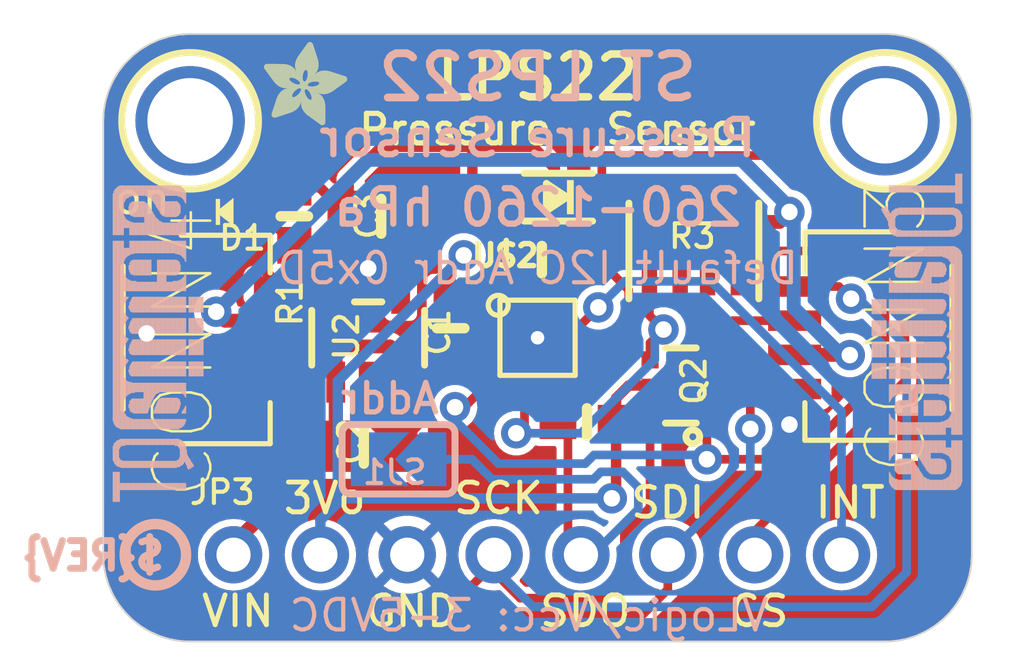
<source format=kicad_pcb>
(kicad_pcb (version 20221018) (generator pcbnew)
  (layers (0 "F.Cu" signal) (31 "B.Cu" signal) (34 "B.Paste" user) (35 "F.Paste" user) (36 "B.SilkS" user "B.Silkscreen") (37 "F.SilkS" user "F.Silkscreen") (38 "B.Mask" user) (39 "F.Mask" user) (44 "Edge.Cuts" user))
  (net 0 "")
  (net 1 "GND")
  (net 2 "3.3V")
  (net 3 "INT")
  (net 4 "VCC")
  (net 5 "N$1")
  (net 6 "SDI_3V")
  (net 7 "SCK_3V")
  (net 8 "CS_3V")
  (net 9 "SDO/ADR")
  (net 10 "SDI/SDA")
  (net 11 "SCK/SCL")
  (net 12 "CS")
  (footprint "working:JST_SH4" (layer "F.Cu") (at 138.4681 105.0036 -90)
    (fp_text reference "CONN4" (at -3.965 0.323 90) (layer "F.SilkS") (effects (font (size 1.703222 1.703222) (thickness 0.074778)) (justify right)))
    (fp_text value "STEMMA_I2C_QT" hide)
    (pad "1" smd rect (at -1.5 -2.514) (size 1.55 0.6) (layers "F.Cu" "F.Paste" "F.Mask") (net 1 "GND"))
    (pad "2" smd rect (at -0.5 -2.514) (size 1.55 0.6) (layers "F.Cu" "F.Paste" "F.Mask") (net 4 "VCC"))
    (pad "3" smd rect (at 0.5 -2.514) (size 1.55 0.6) (layers "F.Cu" "F.Paste" "F.Mask") (net 10 "SDI/SDA"))
    (pad "4" smd rect (at 1.5 -2.514) (size 1.55 0.6) (layers "F.Cu" "F.Paste" "F.Mask") (net 11 "SCK/SCL"))
    (pad "MT1" smd rect (at -2.8 1.386) (size 1.8 1.2) (layers "F.Cu" "F.Paste" "F.Mask"))
    (pad "MT2" smd rect (at 2.8 1.386) (size 1.8 1.2) (layers "F.Cu" "F.Paste" "F.Mask"))
  )
  (footprint "working:RESPACK_4X0603" (layer "F.Cu") (at 153.0731 102.4636 180)
    (fp_text reference "R3" (at -0.711 0.432) (layer "F.SilkS") (effects (font (size 0.692831 0.692831) (thickness 0.119969)) (justify right)))
    (fp_text value "10K")
    (pad "1" smd rect (at -1.3 0.85 180) (size 0.45 0.9) (layers "F.Cu" "F.Paste" "F.Mask") (net 4 "VCC"))
    (pad "2" smd rect (at -0.4 0.85 180) (size 0.45 0.9) (layers "F.Cu" "F.Paste" "F.Mask") (net 2 "3.3V"))
    (pad "3" smd rect (at 0.4 0.85 180) (size 0.45 0.9) (layers "F.Cu" "F.Paste" "F.Mask") (net 4 "VCC"))
    (pad "4" smd rect (at 1.3 0.85 180) (size 0.45 0.9) (layers "F.Cu" "F.Paste" "F.Mask") (net 2 "3.3V"))
    (pad "5" smd rect (at 1.3 -0.85 180) (size 0.45 0.9) (layers "F.Cu" "F.Paste" "F.Mask") (net 6 "SDI_3V"))
    (pad "6" smd rect (at 0.4 -0.85 180) (size 0.45 0.9) (layers "F.Cu" "F.Paste" "F.Mask") (net 10 "SDI/SDA"))
    (pad "7" smd rect (at -0.4 -0.85 180) (size 0.45 0.9) (layers "F.Cu" "F.Paste" "F.Mask") (net 7 "SCK_3V"))
    (pad "8" smd rect (at -1.3 -0.85 180) (size 0.45 0.9) (layers "F.Cu" "F.Paste" "F.Mask") (net 11 "SCK/SCL"))
  )
  (footprint "working:JST_SH4" (layer "F.Cu") (at 158.5341 105.0036 90)
    (fp_text reference "CONN3" (at -4.092 0.45 90) (layer "F.SilkS") (effects (font (size 1.703222 1.703222) (thickness 0.074778)) (justify left)))
    (fp_text value "STEMMA_I2C_QT" hide)
    (pad "1" smd rect (at -1.5 -2.514 180) (size 1.55 0.6) (layers "F.Cu" "F.Paste" "F.Mask") (net 1 "GND"))
    (pad "2" smd rect (at -0.5 -2.514 180) (size 1.55 0.6) (layers "F.Cu" "F.Paste" "F.Mask") (net 4 "VCC"))
    (pad "3" smd rect (at 0.5 -2.514 180) (size 1.55 0.6) (layers "F.Cu" "F.Paste" "F.Mask") (net 10 "SDI/SDA"))
    (pad "4" smd rect (at 1.5 -2.514 180) (size 1.55 0.6) (layers "F.Cu" "F.Paste" "F.Mask") (net 11 "SCK/SCL"))
    (pad "MT1" smd rect (at -2.8 1.386 180) (size 1.8 1.2) (layers "F.Cu" "F.Paste" "F.Mask"))
    (pad "MT2" smd rect (at 2.8 1.386 180) (size 1.8 1.2) (layers "F.Cu" "F.Paste" "F.Mask"))
  )
  (footprint "working:FIDUCIAL_1MM" (layer "F.Cu") (at 136.9441 109.6391)
    (fp_text reference "FID3" hide)
    (fp_text value "FIDUCIAL_1MM" hide)
    (pad "1" smd roundrect (at 0 0) (size 1 1) (layers "F.Cu" "F.Mask") (roundrect_rratio 0.5))
  )
  (footprint "working:1X08_ROUND" (layer "F.Cu") (at 148.5011 111.3536)
    (fp_text reference "JP3" (at -10.2362 -1.8288) (layer "F.SilkS") (effects (font (size 0.692831 0.692831) (thickness 0.119969)) (justify left)))
    (fp_text value "")
    (pad "1" thru_hole circle (at -8.89 0 90) (size 1.6764 1.6764) (drill 1) (layers "*.Cu" "*.Mask") (net 4 "VCC"))
    (pad "2" thru_hole circle (at -6.35 0 90) (size 1.6764 1.6764) (drill 1) (layers "*.Cu" "*.Mask") (net 2 "3.3V"))
    (pad "3" thru_hole circle (at -3.81 0 90) (size 1.6764 1.6764) (drill 1) (layers "*.Cu" "*.Mask") (net 1 "GND"))
    (pad "4" thru_hole circle (at -1.27 0 90) (size 1.6764 1.6764) (drill 1) (layers "*.Cu" "*.Mask") (net 11 "SCK/SCL"))
    (pad "5" thru_hole circle (at 1.27 0 90) (size 1.6764 1.6764) (drill 1) (layers "*.Cu" "*.Mask") (net 9 "SDO/ADR"))
    (pad "6" thru_hole circle (at 3.81 0 90) (size 1.6764 1.6764) (drill 1) (layers "*.Cu" "*.Mask") (net 10 "SDI/SDA"))
    (pad "7" thru_hole circle (at 6.35 0 90) (size 1.6764 1.6764) (drill 1) (layers "*.Cu" "*.Mask") (net 12 "CS"))
    (pad "8" thru_hole circle (at 8.89 0 90) (size 1.6764 1.6764) (drill 1) (layers "*.Cu" "*.Mask") (net 3 "INT"))
  )
  (footprint "working:0805-NO" (layer "F.Cu") (at 143.4211 108.1786)
    (fp_text reference "C2" (at -0.381 -0.889 90) (layer "F.SilkS") (effects (font (size 0.692831 0.692831) (thickness 0.119969)) (justify right)))
    (fp_text value "10uF")
    (pad "1" smd rect (at -0.95 0) (size 1.24 1.5) (layers "F.Cu" "F.Paste" "F.Mask") (net 4 "VCC"))
    (pad "2" smd rect (at 0.95 0) (size 1.24 1.5) (layers "F.Cu" "F.Paste" "F.Mask") (net 1 "GND"))
  )
  (footprint "working:0603-NO" (layer "F.Cu") (at 149.9489 107.4674)
    (fp_text reference "R4" hide)
    (fp_text value "10K")
    (pad "1" smd rect (at -0.85 0) (size 1.075 1) (layers "F.Cu" "F.Paste" "F.Mask") (net 9 "SDO/ADR"))
    (pad "2" smd rect (at 0.85 0) (size 1.075 1) (layers "F.Cu" "F.Paste" "F.Mask") (net 2 "3.3V"))
  )
  (footprint "working:0603-NO" (layer "F.Cu") (at 141.3891 101.4476 -90)
    (fp_text reference "R1" (at 1.778 0.127 90) (layer "F.SilkS") (effects (font (size 0.692831 0.692831) (thickness 0.119969)) (justify right)))
    (fp_text value "10K")
    (pad "1" smd rect (at -0.85 0 270) (size 1.075 1) (layers "F.Cu" "F.Paste" "F.Mask") (net 2 "3.3V"))
    (pad "2" smd rect (at 0.85 0 270) (size 1.075 1) (layers "F.Cu" "F.Paste" "F.Mask") (net 5 "N$1"))
  )
  (footprint "working:FIDUCIAL_1MM" (layer "F.Cu") (at 155.4861 97.5995)
    (fp_text reference "FID4" hide)
    (fp_text value "FIDUCIAL_1MM" hide)
    (pad "1" smd roundrect (at 0 0) (size 1 1) (layers "F.Cu" "F.Mask") (roundrect_rratio 0.5))
  )
  (footprint "working:SOT23-5" (layer "F.Cu") (at 143.5481 105.0036)
    (fp_text reference "U2" (at -0.635 -0.816 90) (layer "F.SilkS") (effects (font (size 0.692831 0.692831) (thickness 0.119969)) (justify right)))
    (fp_text value "AP2112K-3.3")
    (pad "1" smd rect (at -0.95 1.3001) (size 0.55 1.2) (layers "F.Cu" "F.Paste" "F.Mask") (net 4 "VCC"))
    (pad "2" smd rect (at 0 1.3001) (size 0.55 1.2) (layers "F.Cu" "F.Paste" "F.Mask") (net 1 "GND"))
    (pad "3" smd rect (at 0.95 1.3001) (size 0.55 1.2) (layers "F.Cu" "F.Paste" "F.Mask") (net 4 "VCC"))
    (pad "4" smd rect (at 0.95 -1.3001) (size 0.55 1.2) (layers "F.Cu" "F.Paste" "F.Mask"))
    (pad "5" smd rect (at -0.95 -1.3001) (size 0.55 1.2) (layers "F.Cu" "F.Paste" "F.Mask") (net 2 "3.3V"))
  )
  (footprint "working:MOUNTINGHOLE_2.5_PLATED" (layer "F.Cu") (at 158.6611 98.6536)
    (fp_text reference "U$17" hide)
    (fp_text value "MOUNTINGHOLE2.5" hide)
    (pad "P$1" thru_hole circle (at 0 0) (size 3.2 3.2) (drill 2.5) (layers "*.Cu" "*.Mask"))
    (zone (net 0) (net_name "") (layer "F.Cu") (connect_pads (clearance 0)) (min_thickness 0.25)
      (keepout (tracks not_allowed) (vias not_allowed) (pads not_allowed) (copperpour not_allowed) (footprints allowed))
      (fill (thermal_gap 0.5) (thermal_bridge_width 0.5))
      (polygon (pts (xy 160.6771 98.6536) (xy 160.65748 98.373027) (xy 160.599004 98.097915) (xy 160.502808 97.833619) (xy 160.370765 97.585283) (xy 160.205446 97.35774) (xy 160.010067 97.15542) (xy 159.788433 96.98226) (xy 159.544856 96.841631) (xy 159.284078 96.73627) (xy 159.011175 96.668228) (xy 158.731457 96.638828) (xy 158.450371 96.648644) (xy 158.173385 96.697484) (xy 157.905893 96.784397) (xy 157.6531 96.907693) (xy 157.419926 97.06497) (xy 157.210911 97.253169) (xy 157.030122 97.468625) (xy 156.881078 97.707145) (xy 156.76668 97.964087) (xy 156.689154 98.23445) (xy 156.650011 98.512971) (xy 156.650011 98.794229) (xy 156.689154 99.07275) (xy 156.76668 99.343113) (xy 156.881078 99.600055) (xy 157.030122 99.838575) (xy 157.210911 100.054031) (xy 157.419926 100.24223) (xy 157.6531 100.399507) (xy 157.905893 100.522803) (xy 158.173385 100.609716) (xy 158.450371 100.658556) (xy 158.731457 100.668372) (xy 159.011175 100.638972) (xy 159.284078 100.57093) (xy 159.544856 100.465569) (xy 159.788433 100.32494) (xy 160.010067 100.15178) (xy 160.205446 99.94946) (xy 160.370765 99.721917) (xy 160.502808 99.473581) (xy 160.599004 99.209285) (xy 160.65748 98.934173)))
      (polygon (pts (xy 158.6451 98.6536) (xy 158.649786 98.664914) (xy 158.6611 98.6696) (xy 158.672414 98.664914) (xy 158.6771 98.6536) (xy 158.672414 98.642286) (xy 158.6611 98.6376) (xy 158.649786 98.642286)))
    )
    (zone (net 0) (net_name "") (layer "B.Cu") (connect_pads (clearance 0)) (min_thickness 0.25)
      (keepout (tracks not_allowed) (vias not_allowed) (pads not_allowed) (copperpour not_allowed) (footprints allowed))
      (fill (thermal_gap 0.5) (thermal_bridge_width 0.5))
      (polygon (pts (xy 160.6771 98.6536) (xy 160.65748 98.373027) (xy 160.599004 98.097915) (xy 160.502808 97.833619) (xy 160.370765 97.585283) (xy 160.205446 97.35774) (xy 160.010067 97.15542) (xy 159.788433 96.98226) (xy 159.544856 96.841631) (xy 159.284078 96.73627) (xy 159.011175 96.668228) (xy 158.731457 96.638828) (xy 158.450371 96.648644) (xy 158.173385 96.697484) (xy 157.905893 96.784397) (xy 157.6531 96.907693) (xy 157.419926 97.06497) (xy 157.210911 97.253169) (xy 157.030122 97.468625) (xy 156.881078 97.707145) (xy 156.76668 97.964087) (xy 156.689154 98.23445) (xy 156.650011 98.512971) (xy 156.650011 98.794229) (xy 156.689154 99.07275) (xy 156.76668 99.343113) (xy 156.881078 99.600055) (xy 157.030122 99.838575) (xy 157.210911 100.054031) (xy 157.419926 100.24223) (xy 157.6531 100.399507) (xy 157.905893 100.522803) (xy 158.173385 100.609716) (xy 158.450371 100.658556) (xy 158.731457 100.668372) (xy 159.011175 100.638972) (xy 159.284078 100.57093) (xy 159.544856 100.465569) (xy 159.788433 100.32494) (xy 160.010067 100.15178) (xy 160.205446 99.94946) (xy 160.370765 99.721917) (xy 160.502808 99.473581) (xy 160.599004 99.209285) (xy 160.65748 98.934173)))
      (polygon (pts (xy 158.6451 98.6536) (xy 158.649786 98.664914) (xy 158.6611 98.6696) (xy 158.672414 98.664914) (xy 158.6771 98.6536) (xy 158.672414 98.642286) (xy 158.6611 98.6376) (xy 158.649786 98.642286)))
    )
  )
  (footprint "working:MOUNTINGHOLE_2.5_PLATED" (layer "F.Cu") (at 138.3411 98.6536)
    (fp_text reference "U$1" hide)
    (fp_text value "MOUNTINGHOLE2.5" hide)
    (pad "P$1" thru_hole circle (at 0 0) (size 3.2 3.2) (drill 2.5) (layers "*.Cu" "*.Mask"))
    (zone (net 0) (net_name "") (layer "F.Cu") (connect_pads (clearance 0)) (min_thickness 0.25)
      (keepout (tracks not_allowed) (vias not_allowed) (pads not_allowed) (copperpour not_allowed) (footprints allowed))
      (fill (thermal_gap 0.5) (thermal_bridge_width 0.5))
      (polygon (pts (xy 140.3571 98.6536) (xy 140.33748 98.373027) (xy 140.279004 98.097915) (xy 140.182808 97.833619) (xy 140.050765 97.585283) (xy 139.885446 97.35774) (xy 139.690067 97.15542) (xy 139.468433 96.98226) (xy 139.224856 96.841631) (xy 138.964078 96.73627) (xy 138.691175 96.668228) (xy 138.411457 96.638828) (xy 138.130371 96.648644) (xy 137.853385 96.697484) (xy 137.585893 96.784397) (xy 137.3331 96.907693) (xy 137.099926 97.06497) (xy 136.890911 97.253169) (xy 136.710122 97.468625) (xy 136.561078 97.707145) (xy 136.44668 97.964087) (xy 136.369154 98.23445) (xy 136.330011 98.512971) (xy 136.330011 98.794229) (xy 136.369154 99.07275) (xy 136.44668 99.343113) (xy 136.561078 99.600055) (xy 136.710122 99.838575) (xy 136.890911 100.054031) (xy 137.099926 100.24223) (xy 137.3331 100.399507) (xy 137.585893 100.522803) (xy 137.853385 100.609716) (xy 138.130371 100.658556) (xy 138.411457 100.668372) (xy 138.691175 100.638972) (xy 138.964078 100.57093) (xy 139.224856 100.465569) (xy 139.468433 100.32494) (xy 139.690067 100.15178) (xy 139.885446 99.94946) (xy 140.050765 99.721917) (xy 140.182808 99.473581) (xy 140.279004 99.209285) (xy 140.33748 98.934173)))
      (polygon (pts (xy 138.3251 98.6536) (xy 138.329786 98.664914) (xy 138.3411 98.6696) (xy 138.352414 98.664914) (xy 138.3571 98.6536) (xy 138.352414 98.642286) (xy 138.3411 98.6376) (xy 138.329786 98.642286)))
    )
    (zone (net 0) (net_name "") (layer "B.Cu") (connect_pads (clearance 0)) (min_thickness 0.25)
      (keepout (tracks not_allowed) (vias not_allowed) (pads not_allowed) (copperpour not_allowed) (footprints allowed))
      (fill (thermal_gap 0.5) (thermal_bridge_width 0.5))
      (polygon (pts (xy 140.3571 98.6536) (xy 140.33748 98.373027) (xy 140.279004 98.097915) (xy 140.182808 97.833619) (xy 140.050765 97.585283) (xy 139.885446 97.35774) (xy 139.690067 97.15542) (xy 139.468433 96.98226) (xy 139.224856 96.841631) (xy 138.964078 96.73627) (xy 138.691175 96.668228) (xy 138.411457 96.638828) (xy 138.130371 96.648644) (xy 137.853385 96.697484) (xy 137.585893 96.784397) (xy 137.3331 96.907693) (xy 137.099926 97.06497) (xy 136.890911 97.253169) (xy 136.710122 97.468625) (xy 136.561078 97.707145) (xy 136.44668 97.964087) (xy 136.369154 98.23445) (xy 136.330011 98.512971) (xy 136.330011 98.794229) (xy 136.369154 99.07275) (xy 136.44668 99.343113) (xy 136.561078 99.600055) (xy 136.710122 99.838575) (xy 136.890911 100.054031) (xy 137.099926 100.24223) (xy 137.3331 100.399507) (xy 137.585893 100.522803) (xy 137.853385 100.609716) (xy 138.130371 100.658556) (xy 138.411457 100.668372) (xy 138.691175 100.638972) (xy 138.964078 100.57093) (xy 139.224856 100.465569) (xy 139.468433 100.32494) (xy 139.690067 100.15178) (xy 139.885446 99.94946) (xy 140.050765 99.721917) (xy 140.182808 99.473581) (xy 140.279004 99.209285) (xy 140.33748 98.934173)))
      (polygon (pts (xy 138.3251 98.6536) (xy 138.329786 98.664914) (xy 138.3411 98.6696) (xy 138.352414 98.664914) (xy 138.3571 98.6536) (xy 138.352414 98.642286) (xy 138.3411 98.6376) (xy 138.329786 98.642286)))
    )
  )
  (footprint "working:0603-NO" (layer "F.Cu") (at 148.6281 102.7176 180)
    (fp_text reference "R5" hide)
    (fp_text value "10K")
    (pad "1" smd rect (at -0.85 0 180) (size 1.075 1) (layers "F.Cu" "F.Paste" "F.Mask") (net 8 "CS_3V"))
    (pad "2" smd rect (at 0.85 0 180) (size 1.075 1) (layers "F.Cu" "F.Paste" "F.Mask") (net 2 "3.3V"))
  )
  (footprint "working:ADAFRUIT_2.5MM" (layer "F.Cu") (at 140.5001 98.7806)
    (fp_text reference "U$4" hide)
    (fp_text value "" hide)
  )
  (footprint "working:SOD-323" (layer "F.Cu") (at 149.1107 100.8888 180)
    (fp_text reference "D2" hide)
    (fp_text value "1N4148")
    (pad "A" smd rect (at 1.27 0 180) (size 1.35 0.8) (layers "F.Cu" "F.Paste" "F.Mask") (net 8 "CS_3V"))
    (pad "C" smd rect (at -1.27 0 180) (size 1.35 0.8) (layers "F.Cu" "F.Paste" "F.Mask") (net 12 "CS"))
  )
  (footprint "working:SOT363" (layer "F.Cu") (at 152.6921 106.4006 90)
    (fp_text reference "Q2" (at -0.635 0.381 90) (layer "F.SilkS") (effects (font (size 0.692831 0.692831) (thickness 0.119969)) (justify left)))
    (fp_text value "BSS138")
    (pad "1" smd rect (at -0.75 0.9 90) (size 0.5 0.5) (layers "F.Cu" "F.Paste" "F.Mask") (net 7 "SCK_3V"))
    (pad "2" smd rect (at 0 0.9 90) (size 0.4 0.5) (layers "F.Cu" "F.Paste" "F.Mask") (net 2 "3.3V"))
    (pad "3" smd rect (at 0.75 0.9 90) (size 0.5 0.5) (layers "F.Cu" "F.Paste" "F.Mask") (net 10 "SDI/SDA"))
    (pad "4" smd rect (at 0.75 -0.9 90) (size 0.5 0.5) (layers "F.Cu" "F.Paste" "F.Mask") (net 6 "SDI_3V"))
    (pad "5" smd rect (at 0 -0.9 90) (size 0.4 0.5) (layers "F.Cu" "F.Paste" "F.Mask") (net 2 "3.3V"))
    (pad "6" smd rect (at -0.75 -0.9 90) (size 0.5 0.5) (layers "F.Cu" "F.Paste" "F.Mask") (net 11 "SCK/SCL"))
  )
  (footprint "working:HLGA-10L-2X2MM" (layer "F.Cu") (at 148.5011 105.0036)
    (fp_text reference "U$2" (at -2.002132 -2.40255) (layer "F.SilkS") (effects (font (size 0.64455 0.64455) (thickness 0.16825)) (justify left)))
    (fp_text value "LPS2X_LPS22" hide)
    (pad "1" smd rect (at -0.7625 -0.25 90) (size 0.275 0.3) (layers "F.Cu" "F.Paste" "F.Mask") (net 2 "3.3V"))
    (pad "2" smd rect (at -0.7625 0.25 90) (size 0.275 0.3) (layers "F.Cu" "F.Paste" "F.Mask") (net 7 "SCK_3V"))
    (pad "3" smd rect (at -0.5 0.7625 180) (size 0.275 0.3) (layers "F.Cu" "F.Paste" "F.Mask") (net 1 "GND"))
    (pad "4" smd rect (at 0 0.7625 180) (size 0.275 0.3) (layers "F.Cu" "F.Paste" "F.Mask") (net 6 "SDI_3V"))
    (pad "5" smd rect (at 0.5 0.7625 180) (size 0.275 0.3) (layers "F.Cu" "F.Paste" "F.Mask") (net 9 "SDO/ADR"))
    (pad "6" smd rect (at 0.7625 0.25 90) (size 0.275 0.3) (layers "F.Cu" "F.Paste" "F.Mask") (net 8 "CS_3V"))
    (pad "7" smd rect (at 0.7625 -0.25 90) (size 0.275 0.3) (layers "F.Cu" "F.Paste" "F.Mask") (net 3 "INT"))
    (pad "8" smd rect (at 0.5 -0.7625) (size 0.275 0.3) (layers "F.Cu" "F.Paste" "F.Mask") (net 1 "GND"))
    (pad "9" smd rect (at 0 -0.7625) (size 0.275 0.3) (layers "F.Cu" "F.Paste" "F.Mask") (net 1 "GND"))
    (pad "10" smd rect (at -0.5 -0.7625) (size 0.275 0.3) (layers "F.Cu" "F.Paste" "F.Mask") (net 2 "3.3V"))
  )
  (footprint "working:0805-NO" (layer "F.Cu") (at 143.9291 101.4476)
    (fp_text reference "C3" (at -0.381 -0.762 90) (layer "F.SilkS") (effects (font (size 0.692831 0.692831) (thickness 0.119969)) (justify right)))
    (fp_text value "10uF")
    (pad "1" smd rect (at -0.95 0) (size 1.24 1.5) (layers "F.Cu" "F.Paste" "F.Mask") (net 2 "3.3V"))
    (pad "2" smd rect (at 0.95 0) (size 1.24 1.5) (layers "F.Cu" "F.Paste" "F.Mask") (net 1 "GND"))
  )
  (footprint "working:CHIPLED_0603_NOOUTLINE" (layer "F.Cu") (at 139.3571 101.3206 90)
    (fp_text reference "D1" (at -0.762 1.27) (layer "F.SilkS") (effects (font (size 0.692831 0.692831) (thickness 0.119969)) (justify right)))
    (fp_text value "GREEN")
    (pad "A" smd rect (at 0 0.75 90) (size 0.8 0.8) (layers "F.Cu" "F.Paste" "F.Mask") (net 5 "N$1"))
    (pad "C" smd rect (at 0 -0.75 90) (size 0.8 0.8) (layers "F.Cu" "F.Paste" "F.Mask") (net 1 "GND"))
  )
  (footprint "working:0603-NO" (layer "F.Cu") (at 145.9611 104.7242 -90)
    (fp_text reference "C1" (at -0.635 0.381 90) (layer "F.SilkS") (effects (font (size 0.692831 0.692831) (thickness 0.119969)) (justify right)))
    (fp_text value "0.1uF")
    (pad "1" smd rect (at -0.85 0 270) (size 1.075 1) (layers "F.Cu" "F.Paste" "F.Mask") (net 2 "3.3V"))
    (pad "2" smd rect (at 0.85 0 270) (size 1.075 1) (layers "F.Cu" "F.Paste" "F.Mask") (net 1 "GND"))
  )
  (footprint "working:STEMMAQT" (layer "B.Cu") (at 138.7221 100.5586 -90)
    (fp_text reference "U$31" hide)
    (fp_text value "" hide)
  )
  (footprint "working:PCBFEAT-REV-040" (layer "B.Cu") (at 137.3251 111.3536 180)
    (fp_text reference "U$25" hide)
    (fp_text value "" hide)
    (fp_text user "${REV}" (at -0.3556 -0.508) (layer "B.SilkS") (effects (font (size 0.8128 0.8128) (thickness 0.2032)) (justify left bottom mirror)))
  )
  (footprint "working:STEMMAQT" (layer "B.Cu") (at 158.2801 109.4486 90)
    (fp_text reference "U$30" hide)
    (fp_text value "" hide)
  )
  (footprint "working:SOLDERJUMPER_ARROW_NOPASTE" (layer "B.Cu") (at 144.4371 108.5596 180)
    (fp_text reference "SJ1" (at -0.889 -0.381) (layer "B.SilkS") (effects (font (size 0.692831 0.692831) (thickness 0.119969)) (justify left mirror)))
    (fp_text value "")
    (fp_poly (pts (xy 0.106121 -0.002663) (xy -0.679416 -0.7882) (xy -1.3946 -0.7882) (xy -1.3946 0.7882) (xy -0.62715 0.7882)) (fill solid) (layer "B.Cu"))
    (fp_poly (pts (xy 1.3946 -0.7882) (xy -0.315893 -0.7882) (xy 0.443148 0) (xy -0.315893 0.7882) (xy 1.3946 0.7882)) (fill solid) (layer "B.Cu"))
    (pad "1" smd roundrect (at -1.016 0 180) (size 0.762 1.524) (layers "B.Cu") (net 9 "SDO/ADR"))
    (pad "2" smd roundrect (at 1.016 0 180) (size 0.762 1.524) (layers "B.Cu") (net 1 "GND"))
  )
  (gr_line (start 138.3411 113.8936) (end 158.6611 113.8936) (stroke (width 0.05)) (layer "Edge.Cuts"))
  (gr_arc (start 158.6611 96.1136) (mid 160.457151 96.857549) (end 161.2011 98.6536) (stroke (width 0.05)) (layer "Edge.Cuts"))
  (gr_line (start 135.8011 98.6536) (end 135.8011 111.3536) (stroke (width 0.05)) (layer "Edge.Cuts"))
  (gr_arc (start 135.8011 98.6536) (mid 136.545049 96.857549) (end 138.3411 96.1136) (stroke (width 0.05)) (layer "Edge.Cuts"))
  (gr_line (start 158.6611 96.1136) (end 138.3411 96.1136) (stroke (width 0.05)) (layer "Edge.Cuts"))
  (gr_arc (start 138.3411 113.8936) (mid 136.545049 113.149651) (end 135.8011 111.3536) (stroke (width 0.05)) (layer "Edge.Cuts"))
  (gr_arc (start 161.2011 111.3536) (mid 160.457151 113.149651) (end 158.6611 113.8936) (stroke (width 0.05)) (layer "Edge.Cuts"))
  (gr_line (start 161.2011 111.3536) (end 161.2011 98.6536) (stroke (width 0.05)) (layer "Edge.Cuts"))
  (gr_text "Addr" (at 144.1831 106.7816) (layer "B.SilkS") (effects (font (size 0.8636 0.8636) (thickness 0.1524)) (justify mirror)))
  (gr_text "VLogic/Vcc: 3-5VDC" (at 148.2471 113.1316) (layer "B.SilkS") (effects (font (size 0.89408 0.89408) (thickness 0.12192)) (justify mirror)))
  (gr_text "ST LPS22" (at 148.5011 97.3836) (layer "B.SilkS") (effects (font (size 1.2954 1.2954) (thickness 0.2286)) (justify mirror)))
  (gr_text "Pressure Sensor" (at 148.5011 99.1616) (layer "B.SilkS") (effects (font (size 1.03632 1.03632) (thickness 0.18288)) (justify mirror)))
  (gr_text "Default I2C Addr 0x5D" (at 148.5011 102.9716) (layer "B.SilkS") (effects (font (size 0.89408 0.89408) (thickness 0.12192)) (justify mirror)))
  (gr_text "260-1260 hPa" (at 148.5011 101.1936) (layer "B.SilkS") (effects (font (size 1.03632 1.03632) (thickness 0.18288)) (justify mirror)))
  (gr_text "Sensor" (at 152.6921 98.9076) (layer "F.SilkS") (effects (font (size 0.8636 0.8636) (thickness 0.1524))))
  (gr_text "GND" (at 144.8181 113.0046) (layer "F.SilkS") (effects (font (size 0.87376 0.87376) (thickness 0.14224))))
  (gr_text "SDI" (at 152.3111 109.8296) (layer "F.SilkS") (effects (font (size 0.87376 0.87376) (thickness 0.14224))))
  (gr_text "3Vo" (at 142.2781 109.7026) (layer "F.SilkS") (effects (font (size 0.87376 0.87376) (thickness 0.14224))))
  (gr_text "Pressure" (at 146.0881 98.9076) (layer "F.SilkS") (effects (font (size 0.8636 0.8636) (thickness 0.1524))))
  (gr_text "LPS22" (at 148.5011 97.3836) (layer "F.SilkS") (effects (font (size 1.25222 1.25222) (thickness 0.22098))))
  (gr_text "SDO" (at 149.8981 113.0046) (layer "F.SilkS") (effects (font (size 0.87376 0.87376) (thickness 0.14224))))
  (gr_text "INT" (at 157.6451 109.8296) (layer "F.SilkS") (effects (font (size 0.87376 0.87376) (thickness 0.14224))))
  (gr_text "SCK" (at 147.3581 109.7026) (layer "F.SilkS") (effects (font (size 0.87376 0.87376) (thickness 0.14224))))
  (gr_text "on" (at 136.0551 101.4476) (layer "F.SilkS") (effects (font (size 0.89408 0.89408) (thickness 0.12192)) (justify left bottom)))
  (gr_text "VIN" (at 139.7381 113.0046) (layer "F.SilkS") (effects (font (size 0.87376 0.87376) (thickness 0.14224))))
  (gr_text "CS" (at 154.9781 113.0046) (layer "F.SilkS") (effects (font (size 0.87376 0.87376) (thickness 0.14224))))
  (segment (start 147.5511 106.2736) (end 147.4851 106.2736) (width 0.4064) (layer "F.Cu") (net 1))
  (segment (start 144.3711 107.7316) (end 144.3711 108.1786) (width 0.4064) (layer "F.Cu") (net 1))
  (segment (start 148.5011 104.2411) (end 148.5011 105.0036) (width 0.254) (layer "F.Cu") (net 1))
  (segment (start 143.9496 107.3101) (end 144.3711 107.7316) (width 0.4064) (layer "F.Cu") (net 1))
  (segment (start 143.5481 106.3037) (end 143.5481 106.930438) (width 0.4064) (layer "F.Cu") (net 1))
  (segment (start 143.927762 107.3101) (end 143.9496 107.3101) (width 0.4064) (layer "F.Cu") (net 1))
  (segment (start 143.5481 106.930438) (end 143.927762 107.3101) (width 0.4064) (layer "F.Cu") (net 1))
  (via (at 155.8671 107.5436) (size 0.889) (drill 0.4826) (layers "F.Cu" "B.Cu") (net 1))
  (via (at 143.5481 102.9716) (size 0.889) (drill 0.4826) (layers "F.Cu" "B.Cu") (net 1))
  (via (at 148.5011 105.0036) (size 0.8001) (drill 0.3937) (layers "F.Cu" "B.Cu") (net 1))
  (via (at 137.0711 104.8766) (size 0.889) (drill 0.4826) (layers "F.Cu" "B.Cu") (net 1))
  (segment (start 143.9291 99.4156) (end 146.5961 99.4156) (width 0.3048) (layer "F.Cu") (net 2))
  (segment (start 142.5981 103.7035) (end 142.5981 101.8286) (width 0.3048) (layer "F.Cu") (net 2))
  (segment (start 153.0731 102.4636) (end 152.0571 102.4636) (width 0.3048) (layer "F.Cu") (net 2))
  (segment (start 147.7386 104.5036) (end 148.0011 104.2411) (width 0.3048) (layer "F.Cu") (net 2))
  (segment (start 149.0091 100.0506) (end 148.3741 99.4156) (width 0.3048) (layer "F.Cu") (net 2))
  (segment (start 151.7731 102.1796) (end 151.7731 101.6136) (width 0.3048) (layer "F.Cu") (net 2))
  (segment (start 150.7989 106.7698) (end 150.7989 107.4674) (width 0.3048) (layer "F.Cu") (net 2))
  (segment (start 147.9875 103.8742) (end 148.0011 103.8606) (width 0.3048) (layer "F.Cu") (net 2))
  (segment (start 153.4731 102.0636) (end 153.0731 102.4636) (width 0.3048) (layer "F.Cu") (net 2))
  (segment (start 150.7989 107.4674) (end 150.7989 109.5765) (width 0.3048) (layer "F.Cu") (net 2))
  (segment (start 142.9791 100.3656) (end 142.9791 101.4476) (width 0.3048) (layer "F.Cu") (net 2))
  (segment (start 148.0011 104.2411) (end 148.0011 103.8606) (width 0.3048) (layer "F.Cu") (net 2))
  (segment (start 152.0571 102.4636) (end 151.7731 102.1796) (width 0.3048) (layer "F.Cu") (net 2))
  (segment (start 147.7386 104.7536) (end 147.7386 104.5036) (width 0.3048) (layer "F.Cu") (net 2))
  (segment (start 153.4731 101.6136) (end 153.4731 102.0636) (width 0.3048) (layer "F.Cu") (net 2))
  (segment (start 151.7921 106.4006) (end 153.5921 106.4006) (width 0.3048) (layer "F.Cu") (net 2))
  (segment (start 150.7989 109.5765) (end 150.6728 109.7026) (width 0.3048) (layer "F.Cu") (net 2))
  (segment (start 147.7781 102.5026) (end 146.5961 101.3206) (width 0.3048) (layer "F.Cu") (net 2))
  (segment (start 149.3329 101.6444) (end 149.0091 101.3206) (width 0.3048) (layer "F.Cu") (net 2))
  (segment (start 145.9611 102.9716) (end 145.9611 103.8742) (width 0.3048) (layer "F.Cu") (net 2))
  (segment (start 148.0011 103.8606) (end 148.0011 102.9446) (width 0.3048) (layer "F.Cu") (net 2))
  (segment (start 146.5961 99.4156) (end 146.5961 101.3206) (width 0.3048) (layer "F.Cu") (net 2))
  (segment (start 149.0091 101.3206) (end 149.0091 100.0506) (width 0.3048) (layer "F.Cu") (net 2))
  (segment (start 151.202993 101.6444) (end 149.3329 101.6444) (width 0.3048) (layer "F.Cu") (net 2))
  (segment (start 147.7781 102.7176) (end 147.7781 102.5026) (width 0.3048) (layer "F.Cu") (net 2))
  (segment (start 142.1291 100.5976) (end 142.9791 101.4476) (width 0.3048) (layer "F.Cu") (net 2))
  (segment (start 151.7921 106.4006) (end 151.1681 106.4006) (width 0.3048) (layer "F.Cu") (net 2))
  (segment (start 151.233793 101.6136) (end 151.202993 101.6444) (width 0.3048) (layer "F.Cu") (net 2))
  (segment (start 142.5981 101.8286) (end 142.9791 101.4476) (width 0.3048) (layer "F.Cu") (net 2))
  (segment (start 141.3891 100.5976) (end 142.1291 100.5976) (width 0.3048) (layer "F.Cu") (net 2))
  (segment (start 151.1681 106.4006) (end 150.7989 106.7698) (width 0.3048) (layer "F.Cu") (net 2))
  (segment (start 145.9611 103.8742) (end 147.9875 103.8742) (width 0.3048) (layer "F.Cu") (net 2))
  (segment (start 151.7731 101.6136) (end 151.233793 101.6136) (width 0.3048) (layer "F.Cu") (net 2))
  (segment (start 147.7761 102.7196) (end 147.7781 102.7176) (width 0.3048) (layer "F.Cu") (net 2))
  (segment (start 145.9611 102.9716) (end 146.3421 102.5906) (width 0.3048) (layer "F.Cu") (net 2))
  (segment (start 142.9791 100.3656) (end 143.9291 99.4156) (width 0.3048) (layer "F.Cu") (net 2))
  (segment (start 148.3741 99.4156) (end 146.5961 99.4156) (width 0.3048) (layer "F.Cu") (net 2))
  (segment (start 148.0011 102.9446) (end 147.7761 102.7196) (width 0.3048) (layer "F.Cu") (net 2))
  (via (at 146.3421 102.5906) (size 0.889) (drill 0.4826) (layers "F.Cu" "B.Cu") (net 2))
  (via (at 150.6728 109.7026) (size 0.889) (drill 0.4826) (layers "F.Cu" "B.Cu") (net 2))
  (segment (start 150.6728 109.7026) (end 142.7861 109.7026) (width 0.3048) (layer "B.Cu") (net 2))
  (segment (start 142.6591 106.2736) (end 142.6591 109.7026) (width 0.3048) (layer "B.Cu") (net 2))
  (segment (start 142.7861 109.7026) (end 142.6591 109.7026) (width 0.3048) (layer "B.Cu") (net 2))
  (segment (start 142.1511 110.3376) (end 142.1511 111.3536) (width 0.3048) (layer "B.Cu") (net 2))
  (segment (start 146.3421 102.5906) (end 142.6591 106.2736) (width 0.3048) (layer "B.Cu") (net 2))
  (segment (start 142.7861 109.7026) (end 142.1511 110.3376) (width 0.3048) (layer "B.Cu") (net 2))
  (segment (start 150.2791 104.1146) (end 149.6401 104.7536) (width 0.254) (layer "F.Cu") (net 3))
  (segment (start 149.6401 104.7536) (end 149.2636 104.7536) (width 0.254) (layer "F.Cu") (net 3))
  (via (at 150.2791 104.1146) (size 0.889) (drill 0.4826) (layers "F.Cu" "B.Cu") (net 3))
  (segment (start 151.0411 103.3526) (end 150.2791 104.1146) (width 0.254) (layer "B.Cu") (net 3))
  (segment (start 157.3911 107.1626) (end 153.5811 103.3526) (width 0.254) (layer "B.Cu") (net 3))
  (segment (start 153.5811 103.3526) (end 151.0411 103.3526) (width 0.254) (layer "B.Cu") (net 3))
  (segment (start 157.3911 107.1626) (end 157.3911 111.3536) (width 0.254) (layer "B.Cu") (net 3))
  (segment (start 142.5321 105.3846) (end 142.5981 105.3186) (width 0.4064) (layer "F.Cu") (net 4))
  (segment (start 140.9821 104.5036) (end 139.3651 104.5036) (width 0.4064) (layer "F.Cu") (net 4))
  (segment (start 141.6511 104.5036) (end 142.5321 105.3846) (width 0.4064) (layer "F.Cu") (net 4))
  (segment (start 152.6731 101.6136) (end 152.6731 100.7046) (width 0.4064) (layer "F.Cu") (net 4))
  (segment (start 139.6111 111.3536) (end 139.6111 111.0386) (width 0.4064) (layer "F.Cu") (net 4))
  (segment (start 152.8191 100.5586) (end 153.9621 100.5586) (width 0.4064) (layer "F.Cu") (net 4))
  (segment (start 142.5981 106.3037) (end 142.5981 105.3186) (width 0.4064) (layer "F.Cu") (net 4))
  (segment (start 142.5981 105.3186) (end 142.6591 105.2576) (width 0.4064) (layer "F.Cu") (net 4))
  (segment (start 142.5981 108.0516) (end 142.4711 108.1786) (width 0.4064) (layer "F.Cu") (net 4))
  (segment (start 153.9621 100.5586) (end 154.3731 100.9696) (width 0.4064) (layer "F.Cu") (net 4))
  (segment (start 144.1831 105.2576) (end 144.4981 105.5726) (width 0.4064) (layer "F.Cu") (net 4))
  (segment (start 155.5741 101.6136) (end 154.3731 101.6136) (width 0.4064) (layer "F.Cu") (net 4))
  (segment (start 156.0201 105.5036) (end 157.6244 105.5036) (width 0.4064) (layer "F.Cu") (net 4))
  (segment (start 152.6731 100.7046) (end 152.8191 100.5586) (width 0.4064) (layer "F.Cu") (net 4))
  (segment (start 139.3651 104.5036) (end 139.1031 104.2416) (width 0.4064) (layer "F.Cu") (net 4))
  (segment (start 142.5981 106.3037) (end 142.5981 108.0516) (width 0.4064) (layer "F.Cu") (net 4))
  (segment (start 142.6591 105.2576) (end 144.1831 105.2576) (width 0.4064) (layer "F.Cu") (net 4))
  (segment (start 140.9821 104.5036) (end 141.6511 104.5036) (width 0.4064) (layer "F.Cu") (net 4))
  (segment (start 139.6111 111.0386) (end 142.4711 108.1786) (width 0.4064) (layer "F.Cu") (net 4))
  (segment (start 154.3731 100.9696) (end 154.3731 101.6136) (width 0.4064) (layer "F.Cu") (net 4))
  (segment (start 155.8671 101.3206) (end 155.5741 101.6136) (width 0.4064) (layer "F.Cu") (net 4))
  (segment (start 157.6244 105.5036) (end 157.6324 105.5116) (width 0.4064) (layer "F.Cu") (net 4))
  (segment (start 144.4981 105.5726) (end 144.4981 106.3037) (width 0.4064) (layer "F.Cu") (net 4))
  (via (at 157.6324 105.5116) (size 0.889) (drill 0.4826) (layers "F.Cu" "B.Cu") (net 4))
  (via (at 155.8671 101.3206) (size 0.889) (drill 0.4826) (layers "F.Cu" "B.Cu") (net 4))
  (via (at 139.1031 104.2416) (size 0.889) (drill 0.4826) (layers "F.Cu" "B.Cu") (net 4))
  (segment (start 143.5481 99.7966) (end 154.4701 99.7966) (width 0.4064) (layer "B.Cu") (net 4))
  (segment (start 155.9941 104.1273) (end 155.9941 101.3206) (width 0.4064) (layer "B.Cu") (net 4))
  (segment (start 157.3784 105.5116) (end 155.9941 104.1273) (width 0.4064) (layer "B.Cu") (net 4))
  (segment (start 154.4701 99.7966) (end 155.9941 101.3206) (width 0.4064) (layer "B.Cu") (net 4))
  (segment (start 155.9941 101.3206) (end 155.8671 101.3206) (width 0.4064) (layer "B.Cu") (net 4))
  (segment (start 157.6324 105.5116) (end 157.3784 105.5116) (width 0.4064) (layer "B.Cu") (net 4))
  (segment (start 139.1031 104.2416) (end 143.5481 99.7966) (width 0.4064) (layer "B.Cu") (net 4))
  (segment (start 140.4121 101.3206) (end 141.3891 102.2976) (width 0.254) (layer "F.Cu") (net 5))
  (segment (start 140.1071 101.3206) (end 140.4121 101.3206) (width 0.254) (layer "F.Cu") (net 5))
  (segment (start 151.7731 104.3513) (end 151.7731 103.3136) (width 0.254) (layer "F.Cu") (net 6))
  (segment (start 148.5011 105.7661) (end 148.5011 106.4006) (width 0.254) (layer "F.Cu") (net 6))
  (segment (start 148.1201 106.7816) (end 148.1201 107.5563) (width 0.254) (layer "F.Cu") (net 6))
  (segment (start 152.1841 104.7623) (end 151.7731 104.3513) (width 0.254) (layer "F.Cu") (net 6))
  (segment (start 151.7921 105.1543) (end 152.1841 104.7623) (width 0.254) (layer "F.Cu") (net 6))
  (segment (start 147.8788 107.7976) (end 148.1201 107.5563) (width 0.254) (layer "F.Cu") (net 6))
  (segment (start 151.7921 105.6506) (end 151.7921 105.1543) (width 0.254) (layer "F.Cu") (net 6))
  (segment (start 148.5011 106.4006) (end 148.1201 106.7816) (width 0.254) (layer "F.Cu") (net 6))
  (via (at 152.1841 104.7623) (size 0.889) (drill 0.4826) (layers "F.Cu" "B.Cu") (net 6))
  (via (at 147.8788 107.7976) (size 0.889) (drill 0.4826) (layers "F.Cu" "B.Cu") (net 6))
  (segment (start 149.7711 107.7976) (end 151.9301 105.6386) (width 0.254) (layer "B.Cu") (net 6))
  (segment (start 147.8788 107.7976) (end 149.7711 107.7976) (width 0.254) (layer "B.Cu") (net 6))
  (segment (start 151.9301 105.0163) (end 152.1841 104.7623) (width 0.254) (layer "B.Cu") (net 6))
  (segment (start 151.9301 105.6386) (end 151.9301 105.0163) (width 0.254) (layer "B.Cu") (net 6))
  (segment (start 146.0881 107.0356) (end 146.3571 107.0356) (width 0.254) (layer "F.Cu") (net 7))
  (segment (start 146.8191 106.5736) (end 146.8191 105.6696) (width 0.254) (layer "F.Cu") (net 7))
  (segment (start 158.6611 103.7336) (end 158.6611 106.0196) (width 0.254) (layer "F.Cu") (net 7))
  (segment (start 153.4541 108.5596) (end 153.4541 107.2886) (width 0.254) (layer "F.Cu") (net 7))
  (segment (start 146.3571 107.0356) (end 146.8191 106.5736) (width 0.254) (layer "F.Cu") (net 7))
  (segment (start 153.4541 107.2886) (end 153.5921 107.1506) (width 0.254) (layer "F.Cu") (net 7))
  (segment (start 153.8351 102.4636) (end 157.3911 102.4636) (width 0.254) (layer "F.Cu") (net 7))
  (segment (start 153.4731 102.8256) (end 153.8351 102.4636) (width 0.254) (layer "F.Cu") (net 7))
  (segment (start 156.1211 108.5596) (end 153.4541 108.5596) (width 0.254) (layer "F.Cu") (net 7))
  (segment (start 146.8191 105.6696) (end 147.2351 105.2536) (width 0.254) (layer "F.Cu") (net 7))
  (segment (start 157.3911 102.4636) (end 158.6611 103.7336) (width 0.254) (layer "F.Cu") (net 7))
  (segment (start 153.4731 103.3136) (end 153.4731 102.8256) (width 0.254) (layer "F.Cu") (net 7))
  (segment (start 147.2351 105.2536) (end 147.7386 105.2536) (width 0.254) (layer "F.Cu") (net 7))
  (segment (start 158.6611 106.0196) (end 156.1211 108.5596) (width 0.254) (layer "F.Cu") (net 7))
  (via (at 153.4541 108.5596) (size 0.889) (drill 0.4826) (layers "F.Cu" "B.Cu") (net 7))
  (via (at 146.0881 107.0356) (size 0.889) (drill 0.4826) (layers "F.Cu" "B.Cu") (net 7))
  (segment (start 153.3271 108.4326) (end 153.4541 108.5596) (width 0.254) (layer "B.Cu") (net 7))
  (segment (start 146.0881 107.0356) (end 146.0881 107.4166) (width 0.254) (layer "B.Cu") (net 7))
  (segment (start 149.8981 108.6866) (end 150.1521 108.4326) (width 0.254) (layer "B.Cu") (net 7))
  (segment (start 147.3581 108.6866) (end 149.8981 108.6866) (width 0.254) (layer "B.Cu") (net 7))
  (segment (start 150.1521 108.4326) (end 153.3271 108.4326) (width 0.254) (layer "B.Cu") (net 7))
  (segment (start 146.0881 107.4166) (end 147.3581 108.6866) (width 0.254) (layer "B.Cu") (net 7))
  (segment (start 151.1681 104.7496) (end 150.6641 105.2536) (width 0.254) (layer "F.Cu") (net 8))
  (segment (start 150.6641 105.2536) (end 149.2636 105.2536) (width 0.254) (layer "F.Cu") (net 8))
  (segment (start 151.1681 103.6066) (end 150.2791 102.7176) (width 0.254) (layer "F.Cu") (net 8))
  (segment (start 151.1681 103.6066) (end 151.1681 104.7496) (width 0.254) (layer "F.Cu") (net 8))
  (segment (start 149.4781 102.6786) (end 147.8407 101.0412) (width 0.254) (layer "F.Cu") (net 8))
  (segment (start 149.4781 102.7176) (end 149.4781 102.6786) (width 0.254) (layer "F.Cu") (net 8))
  (segment (start 147.8407 100.8888) (end 147.8407 101.0412) (width 0.254) (layer "F.Cu") (net 8))
  (segment (start 150.2791 102.7176) (end 149.4781 102.7176) (width 0.254) (layer "F.Cu") (net 8))
  (segment (start 149.7711 111.3536) (end 149.3901 110.9726) (width 0.254) (layer "F.Cu") (net 9))
  (segment (start 149.1011 107.4652) (end 149.0989 107.4674) (width 0.254) (layer "F.Cu") (net 9))
  (segment (start 149.0011 107.3696) (end 149.0989 107.4674) (width 0.254) (layer "F.Cu") (net 9))
  (segment (start 149.0011 105.7661) (end 149.0011 107.3696) (width 0.254) (layer "F.Cu") (net 9))
  (segment (start 149.3901 110.9726) (end 149.3901 107.7542) (width 0.254) (layer "F.Cu") (net 9))
  (segment (start 149.3901 107.7542) (end 149.1011 107.4652) (width 0.254) (layer "F.Cu") (net 9))
  (segment (start 150.351906 108.9279) (end 150.993693 108.9279) (width 0.254) (layer "B.Cu") (net 9))
  (segment (start 150.993693 108.9279) (end 151.4475 109.381707) (width 0.254) (layer "B.Cu") (net 9))
  (segment (start 146.584518 108.5596) (end 147.168718 109.1438) (width 0.254) (layer "B.Cu") (net 9))
  (segment (start 151.4475 109.381707) (end 151.4475 110.023494) (width 0.254) (layer "B.Cu") (net 9))
  (segment (start 147.168718 109.1438) (end 150.136006 109.1438) (width 0.254) (layer "B.Cu") (net 9))
  (segment (start 145.4531 108.5596) (end 146.584518 108.5596) (width 0.254) (layer "B.Cu") (net 9))
  (segment (start 150.117393 111.3536) (end 149.7711 111.3536) (width 0.254) (layer "B.Cu") (net 9))
  (segment (start 151.4475 110.023494) (end 150.117393 111.3536) (width 0.254) (layer "B.Cu") (net 9))
  (segment (start 150.136006 109.1438) (end 150.351906 108.9279) (width 0.254) (layer "B.Cu") (net 9))
  (segment (start 140.0001 105.5036) (end 139.6111 105.8926) (width 0.254) (layer "F.Cu") (net 10))
  (segment (start 153.7716 104.9401) (end 153.5811 105.1306) (width 0.254) (layer "F.Cu") (net 10))
  (segment (start 154.7241 106.1466) (end 154.2161 105.6386) (width 0.254) (layer "F.Cu") (net 10))
  (segment (start 138.786718 113.0808) (end 151.5999 113.0808) (width 0.254) (layer "F.Cu") (net 10))
  (segment (start 153.5921 105.1416) (end 153.5921 105.6386) (width 0.254) (layer "F.Cu") (net 10))
  (segment (start 154.7241 107.6706) (end 154.7241 106.1466) (width 0.254) (layer "F.Cu") (net 10))
  (segment (start 152.3111 112.3696) (end 152.3111 111.3536) (width 0.254) (layer "F.Cu") (net 10))
  (segment (start 153.5811 105.1306) (end 153.5921 105.1416) (width 0.254) (layer "F.Cu") (net 10))
  (segment (start 137.9601 112.254182) (end 138.786718 113.0808) (width 0.254) (layer "F.Cu") (net 10))
  (segment (start 152.6731 103.8416) (end 153.7716 104.9401) (width 0.254) (layer "F.Cu") (net 10))
  (segment (start 154.2081 104.5036) (end 153.7716 104.9401) (width 0.254) (layer "F.Cu") (net 10))
  (segment (start 151.5999 113.0808) (end 152.3111 112.3696) (width 0.254) (layer "F.Cu") (net 10))
  (segment (start 139.6111 105.8926) (end 139.6111 108.63626) (width 0.254) (layer "F.Cu") (net 10))
  (segment (start 156.0201 104.5036) (end 154.2081 104.5036) (width 0.254) (layer "F.Cu") (net 10))
  (segment (start 137.9601 110.28726) (end 137.9601 112.254182) (width 0.254) (layer "F.Cu") (net 10))
  (segment (start 139.6111 108.63626) (end 137.9601 110.28726) (width 0.254) (layer "F.Cu") (net 10))
  (segment (start 152.6731 103.3136) (end 152.6731 103.8416) (width 0.254) (layer "F.Cu") (net 10))
  (segment (start 154.2161 105.6386) (end 153.5921 105.6386) (width 0.254) (layer "F.Cu") (net 10))
  (segment (start 153.5921 105.6386) (end 153.5921 105.6506) (width 0.254) (layer "F.Cu") (net 10))
  (segment (start 140.9821 105.5036) (end 140.0001 105.5036) (width 0.254) (layer "F.Cu") (net 10))
  (via (at 154.7241 107.6706) (size 0.889) (drill 0.4826) (layers "F.Cu" "B.Cu") (net 10))
  (segment (start 154.7241 108.9406) (end 154.7241 107.6706) (width 0.254) (layer "B.Cu") (net 10))
  (segment (start 152.3111 111.3536) (end 154.7241 108.9406) (width 0.254) (layer "B.Cu") (net 10))
  (segment (start 156.0201 103.5036) (end 154.5631 103.5036) (width 0.254) (layer "F.Cu") (net 11))
  (segment (start 154.5631 103.5036) (end 154.3731 103.3136) (width 0.254) (layer "F.Cu") (net 11))
  (segment (start 140.9821 108.0776) (end 138.4427 110.617) (width 0.254) (layer "F.Cu") (net 11))
  (segment (start 146.2151 112.6236) (end 147.2311 111.6076) (width 0.254) (layer "F.Cu") (net 11))
  (segment (start 151.0411 111.9886) (end 150.4061 112.6236) (width 0.254) (layer "F.Cu") (net 11))
  (segment (start 138.9761 112.6236) (end 146.2151 112.6236) (width 0.254) (layer "F.Cu") (net 11))
  (segment (start 151.0411 110.7186) (end 151.0411 111.9886) (width 0.254) (layer "F.Cu") (net 11))
  (segment (start 157.6705 103.8606) (end 157.3135 103.5036) (width 0.254) (layer "F.Cu") (net 11))
  (segment (start 147.2311 111.6076) (end 147.2311 111.3536) (width 0.254) (layer "F.Cu") (net 11))
  (segment (start 140.9821 106.5036) (end 140.9821 108.0776) (width 0.254) (layer "F.Cu") (net 11))
  (segment (start 147.9931 112.6236) (end 147.2311 111.8616) (width 0.254) (layer "F.Cu") (net 11))
  (segment (start 151.7921 109.9676) (end 151.0411 110.7186) (width 0.254) (layer "F.Cu") (net 11))
  (segment (start 150.4061 112.6236) (end 147.9931 112.6236) (width 0.254) (layer "F.Cu") (net 11))
  (segment (start 156.0201 103.5036) (end 157.3135 103.5036) (width 0.254) (layer "F.Cu") (net 11))
  (segment (start 138.4427 110.617) (end 138.4427 112.0902) (width 0.254) (layer "F.Cu") (net 11))
  (segment (start 138.4427 112.0902) (end 138.9761 112.6236) (width 0.254) (layer "F.Cu") (net 11))
  (segment (start 151.7921 107.1506) (end 151.7921 109.9676) (width 0.254) (layer "F.Cu") (net 11))
  (segment (start 147.2311 111.8616) (end 147.2311 111.6076) (width 0.254) (layer "F.Cu") (net 11))
  (via (at 157.6705 103.8606) (size 0.889) (drill 0.4826) (layers "F.Cu" "B.Cu") (net 11))
  (segment (start 158.2801 112.8776) (end 159.2961 111.8616) (width 0.254) (layer "B.Cu") (net 11))
  (segment (start 159.2961 111.8616) (end 159.2961 105.2576) (width 0.254) (layer "B.Cu") (net 11))
  (segment (start 157.9245 103.8606) (end 157.9245 103.886) (width 0.254) (layer "B.Cu") (net 11))
  (segment (start 158.2801 112.8776) (end 148.3741 112.8776) (width 0.254) (layer "B.Cu") (net 11))
  (segment (start 147.2311 111.7346) (end 147.2311 111.3536) (width 0.254) (layer "B.Cu") (net 11))
  (segment (start 148.3741 112.8776) (end 147.2311 111.7346) (width 0.254) (layer "B.Cu") (net 11))
  (segment (start 157.9245 103.8606) (end 157.6705 103.8606) (width 0.254) (layer "B.Cu") (net 11))
  (segment (start 159.2961 105.2576) (end 157.9245 103.886) (width 0.254) (layer "B.Cu") (net 11))
  (segment (start 150.3807 100.8888) (end 150.3807 99.695) (width 0.254) (layer "F.Cu") (net 12))
  (segment (start 155.9941 99.6696) (end 158.5629 102.2384) (width 0.254) (layer "F.Cu") (net 12))
  (segment (start 158.5629 102.861819) (end 159.2453 103.544219) (width 0.254) (layer "F.Cu") (net 12))
  (segment (start 159.2453 103.544219) (end 159.2453 106.2736) (width 0.254) (layer "F.Cu") (net 12))
  (segment (start 154.8511 110.6678) (end 154.8511 111.3536) (width 0.254) (layer "F.Cu") (net 12))
  (segment (start 150.3807 99.695) (end 150.4061 99.6696) (width 0.254) (layer "F.Cu") (net 12))
  (segment (start 158.5629 102.2384) (end 158.5629 102.861819) (width 0.254) (layer "F.Cu") (net 12))
  (segment (start 159.2453 106.2736) (end 154.8511 110.6678) (width 0.254) (layer "F.Cu") (net 12))
  (segment (start 150.4061 99.6696) (end 155.9941 99.6696) (width 0.254) (layer "F.Cu") (net 12))
  (zone (net 1) (net_name "GND") (layer "F.Cu") (priority 6) (connect_pads (clearance 0.000001)) (min_thickness 0.127) (fill yes (thermal_gap 0.304) (thermal_bridge_width 0.304))
    (polygon (pts (xy 161.3281 114.0206) (xy 135.6741 114.0206) (xy 135.6741 95.9866) (xy 161.3281 95.9866)))
  )
  (zone (net 1) (net_name "GND") (layer "B.Cu") (priority 6) (connect_pads (clearance 0.000001)) (min_thickness 0.127) (fill yes (thermal_gap 0.304) (thermal_bridge_width 0.304))
    (polygon (pts (xy 161.3281 114.0206) (xy 135.6741 114.0206) (xy 135.6741 95.9866) (xy 161.3281 95.9866)))
  )
)
</source>
